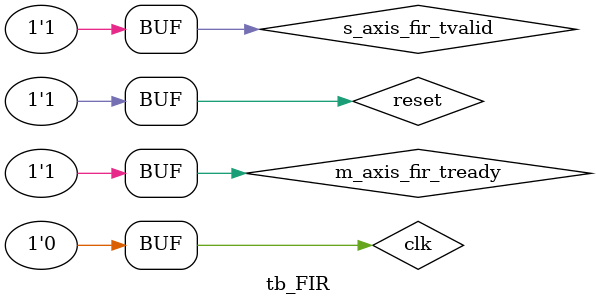
<source format=v>
`timescale 1ns / 1ps


module tb_FIR();

    reg clk, reset, s_axis_fir_tvalid, m_axis_fir_tready;
    reg signed [15:0] s_axis_fir_tdata;
    wire m_axis_fir_tvalid;
    wire [3:0] m_axis_fir_tkeep;
    wire [31:0] m_axis_fir_tdata;
    
    //100 MHz, 10ns clock
    always begin
       clk = 1; #5;
       clk = 0; #5;
    end
    
    initial begin
        reset = 1; #20;
        reset = 0; #20;
        reset = 1; #20;
    end
    
    initial begin
        s_axis_fir_tvalid = 0; #50;
        s_axis_fir_tvalid = 1; #50;
        //s_axis_fir_tvalid = 0; #50;
        //s_axis_fir_tvalid = 1; #50;
    end
    
    initial begin
        //m_axis_fir_tready = 1; #50;
        m_axis_fir_tready = 0; #50;
        m_axis_fir_tready = 1; #50;
    end
    
    /* Instantiate FIR module to test. */
    FIR FIR_i(
        .clk(clk),
        .reset(reset),
        .s_axis_fir_tdata(s_axis_fir_tdata),   
        .s_axis_fir_tkeep(s_axis_fir_tkeep),   
        .s_axis_fir_tlast(s_axis_fir_tlast),   
        .s_axis_fir_tvalid(s_axis_fir_tvalid), 
        .m_axis_fir_tready(m_axis_fir_tready),
        .m_axis_fir_tvalid(m_axis_fir_tvalid), 
        .s_axis_fir_tready(s_axis_fir_tready), 
        .m_axis_fir_tlast(m_axis_fir_tlast),   
        .m_axis_fir_tkeep(m_axis_fir_tkeep),   
        .m_axis_fir_tdata(m_axis_fir_tdata)); 

    reg [4:0] state_reg;
    reg [15:0] cntr;
    
    parameter wvfm_period = 16'd2000;
    
    parameter init               = 5'd0;
    parameter sendSample0        = 5'd1;
    parameter sendSample1        = 5'd2;
    parameter sendSample2        = 5'd3;
    parameter sendSample3        = 5'd4;
    parameter sendSample4        = 5'd5;
    parameter sendSample5        = 5'd6;
    parameter sendSample6        = 5'd7;
    parameter sendSample7        = 5'd8;
    
    /* This state machine generates a 1/(8*10ns*wvfm_period) sinusoid. */
    always @ (posedge clk or negedge reset)
        begin
            if (reset == 1'b0)
                begin
                    cntr <= 16'd0;
                    s_axis_fir_tdata <= 16'd0;
                    state_reg <= init;
                end
            else
                begin
                    case (state_reg)
                        init : //0
                            begin
                                cntr <= 16'd0;
                                s_axis_fir_tdata <= 16'h0000;
                                state_reg <= sendSample0;
                            end
                            
                        sendSample0 : //1
                            begin
                                s_axis_fir_tdata <= 16'h0000;
                                
                                if (cntr == (wvfm_period-1'b1))
                                    begin
                                        cntr <= 16'd0;
                                        state_reg <= sendSample1;
                                    end
                                else
                                    begin 
                                        cntr <= cntr + 1;
                                        state_reg <= sendSample0;
                                    end
                            end 
                        
                        sendSample1 : //2
                            begin
                                s_axis_fir_tdata <= 16'h05a8;//16'h5A7E; 
                                
                                if (cntr == (wvfm_period-1'b1))
                                    begin
                                        cntr <= 16'd0;
                                        state_reg <= sendSample2;
                                    end
                                else
                                    begin 
                                        cntr <= cntr + 1;
                                        state_reg <= sendSample1;
                                    end
                            end 
                        
                        sendSample2 : //3
                            begin
                                s_axis_fir_tdata <= 16'h07ff;//16'h7FFF;
                                
                                if (cntr == (wvfm_period-1'b1))
                                    begin
                                        cntr <= 16'd0;
                                        state_reg <= sendSample3;
                                    end
                                else
                                    begin 
                                        cntr <= cntr + 1;
                                        state_reg <= sendSample2;
                                    end
                            end 
                        
                        sendSample3 : //4
                            begin
                                s_axis_fir_tdata <= 16'h05a8;//16'h5A7E;
                                
                                if (cntr == (wvfm_period-1'b1))
                                    begin
                                        cntr <= 16'd0;
                                        state_reg <= sendSample4;
                                    end
                                else
                                    begin 
                                        cntr <= cntr + 1;
                                        state_reg <= sendSample3;
                                    end
                            end 
                        
                        sendSample4 : //5
                            begin
                                s_axis_fir_tdata <= 16'h0000;
                                
                                if (cntr == (wvfm_period-1'b1))
                                    begin
                                        cntr <= 16'd0;
                                        state_reg <= sendSample5;
                                    end
                                else
                                    begin 
                                        cntr <= cntr + 1;
                                        state_reg <= sendSample4;
                                    end
                            end 
                        
                        sendSample5 : //6
                            begin
                                s_axis_fir_tdata <= 16'hfa58;//16'hA582; 
                                
                                if (cntr == (wvfm_period-1'b1))
                                    begin
                                        cntr <= 16'd0;
                                        state_reg <= sendSample6;
                                    end
                                else
                                    begin 
                                        cntr <= cntr + 1;
                                        state_reg <= sendSample5;
                                    end
                            end 
                        
                        sendSample6 : //6
                            begin
                                s_axis_fir_tdata <=16'hf801;// 16'h8000; 
                                
                                if (cntr == (wvfm_period-1'b1))
                                    begin
                                        cntr <= 16'd0;
                                        state_reg <= sendSample7;
                                    end
                                else
                                    begin 
                                        cntr <= cntr + 1;
                                        state_reg <= sendSample6;
                                    end
                            end 
                        
                        sendSample7 : //6
                            begin
                                s_axis_fir_tdata <=16'hfa58;// 16'hA582; 
                                
                                if (cntr == (wvfm_period-1'b1))
                                    begin
                                        cntr <= 16'd0;
                                        state_reg <= sendSample0;
                                    end
                                else
                                    begin 
                                        cntr <= cntr + 1;
                                        state_reg <= sendSample7;
                                    end
                            end                     
                    
                    endcase
                end
        end
        
endmodule

</source>
